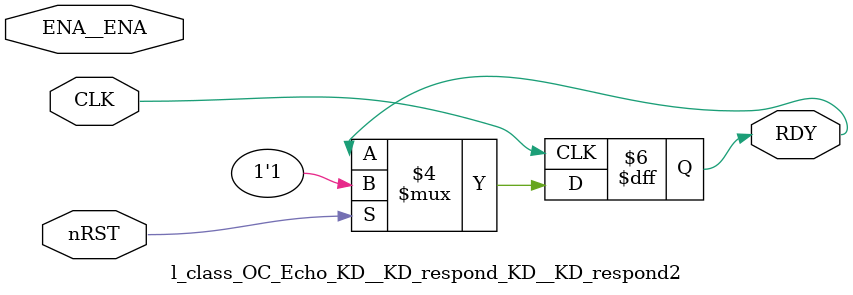
<source format=v>
module l_class_OC_Echo_KD__KD_respond_KD__KD_respond2 (
    input CLK,
    input nRST,
    input ENA__ENA,
    output RDY);

  ;
  always @( posedge CLK) begin
    if (!nRST) begin
    end
    else begin
        // Method: ENA
        if (ENA__ENA) begin
        end; // End of ENA

        // Method: RDY
        RDY = 1;

    end; // nRST
  end; // always @ (posedge CLK)
endmodule 


</source>
